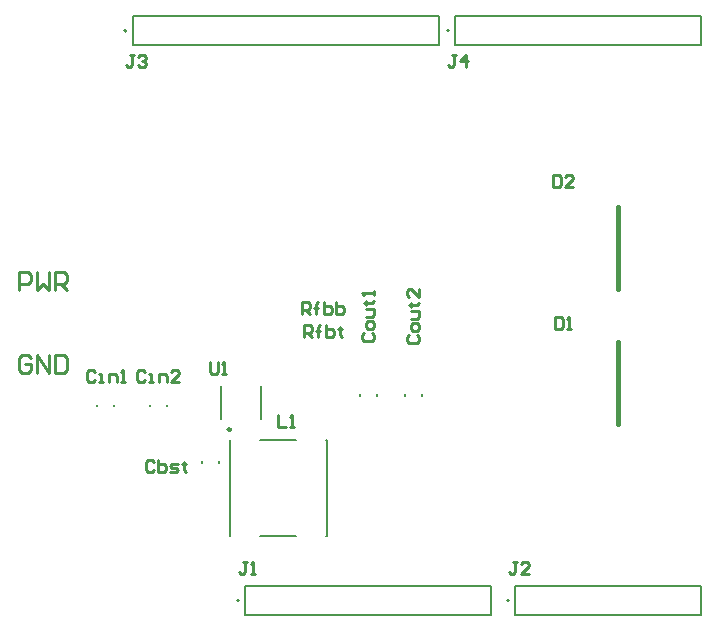
<source format=gto>
G04*
G04 #@! TF.GenerationSoftware,Altium Limited,Altium Designer,23.0.1 (38)*
G04*
G04 Layer_Color=65535*
%FSLAX44Y44*%
%MOMM*%
G71*
G04*
G04 #@! TF.SameCoordinates,0F5A5953-1C99-4B13-B072-97D860EFC2FA*
G04*
G04*
G04 #@! TF.FilePolarity,Positive*
G04*
G01*
G75*
%ADD10C,0.2000*%
%ADD11C,0.2500*%
%ADD12C,0.4000*%
%ADD13C,0.2540*%
D10*
X163750Y508000D02*
G03*
X163750Y508000I-1000J0D01*
G01*
X436800D02*
G03*
X436800Y508000I-1000J0D01*
G01*
X487600Y25400D02*
G03*
X487600Y25400I-1000J0D01*
G01*
X259000D02*
G03*
X259000Y25400I-1000J0D01*
G01*
X428000Y495950D02*
Y520050D01*
X168900D02*
X428000D01*
X168900Y495950D02*
Y520050D01*
Y495950D02*
X428000D01*
X650250D02*
Y520050D01*
X441950D02*
X650250D01*
X441950Y495950D02*
Y520050D01*
Y495950D02*
X650250D01*
Y13350D02*
Y37450D01*
X492750D02*
X650250D01*
X492750Y13350D02*
Y37450D01*
Y13350D02*
X650250D01*
X251100Y79650D02*
Y161650D01*
X332850Y79650D02*
X333100D01*
X276850D02*
X307350D01*
X251100D02*
X251350D01*
X333100D02*
Y161650D01*
X332850D02*
X333100D01*
X276850D02*
X307350D01*
X251100D02*
X251350D01*
X243350Y178697D02*
Y206697D01*
X277350Y178697D02*
Y206697D01*
X413650Y199000D02*
Y200500D01*
X399150Y199000D02*
Y200500D01*
X242200Y141850D02*
Y143350D01*
X227700Y141850D02*
Y143350D01*
X138800Y189750D02*
Y191250D01*
X153300Y189750D02*
Y191250D01*
X183250Y189750D02*
Y191250D01*
X197750Y189750D02*
Y191250D01*
X375550Y199000D02*
Y200500D01*
X361050Y199000D02*
Y200500D01*
X472450Y13350D02*
Y37450D01*
X264150D02*
X472450D01*
X264150Y13350D02*
Y37450D01*
Y13350D02*
X472450D01*
D11*
X252100Y170197D02*
G03*
X252100Y170197I-1250J0D01*
G01*
D12*
X580250Y288850D02*
Y358850D01*
Y174550D02*
Y244550D01*
D13*
X169757Y487678D02*
X166372D01*
X168064D01*
Y479214D01*
X166372Y477522D01*
X164679D01*
X162986Y479214D01*
X173143Y485986D02*
X174836Y487678D01*
X178221D01*
X179914Y485986D01*
Y484293D01*
X178221Y482600D01*
X176528D01*
X178221D01*
X179914Y480907D01*
Y479214D01*
X178221Y477522D01*
X174836D01*
X173143Y479214D01*
X442807Y487678D02*
X439422D01*
X441114D01*
Y479214D01*
X439422Y477522D01*
X437729D01*
X436036Y479214D01*
X451271Y477522D02*
Y487678D01*
X446193Y482600D01*
X452964D01*
X493943Y57909D02*
X490558D01*
X492250D01*
Y49445D01*
X490558Y47752D01*
X488865D01*
X487172Y49445D01*
X504100Y47752D02*
X497329D01*
X504100Y54523D01*
Y56216D01*
X502407Y57909D01*
X499021D01*
X497329Y56216D01*
X312426Y267972D02*
Y278128D01*
X317504D01*
X319197Y276436D01*
Y273050D01*
X317504Y271357D01*
X312426D01*
X315811D02*
X319197Y267972D01*
X324275D02*
Y276436D01*
Y273050D01*
X322583D01*
X325968D01*
X324275D01*
Y276436D01*
X325968Y278128D01*
X331046D02*
Y267972D01*
X336125D01*
X337817Y269664D01*
Y271357D01*
Y273050D01*
X336125Y274743D01*
X331046D01*
X341203Y278128D02*
Y267972D01*
X346282D01*
X347974Y269664D01*
Y271357D01*
Y273050D01*
X346282Y274743D01*
X341203D01*
X314118Y248922D02*
Y259078D01*
X319197D01*
X320890Y257386D01*
Y254000D01*
X319197Y252307D01*
X314118D01*
X317504D02*
X320890Y248922D01*
X325968D02*
Y257386D01*
Y254000D01*
X324275D01*
X327661D01*
X325968D01*
Y257386D01*
X327661Y259078D01*
X332739D02*
Y248922D01*
X337817D01*
X339510Y250614D01*
Y252307D01*
Y254000D01*
X337817Y255693D01*
X332739D01*
X344589Y257386D02*
Y255693D01*
X342896D01*
X346282D01*
X344589D01*
Y250614D01*
X346282Y248922D01*
X291679Y182878D02*
Y172722D01*
X298450D01*
X301836D02*
X305221D01*
X303528D01*
Y182878D01*
X301836Y181186D01*
X234529Y227328D02*
Y218864D01*
X236222Y217172D01*
X239607D01*
X241300Y218864D01*
Y227328D01*
X244686Y217172D02*
X248071D01*
X246378D01*
Y227328D01*
X244686Y225636D01*
X403014Y250618D02*
X401322Y248926D01*
Y245540D01*
X403014Y243847D01*
X409786D01*
X411478Y245540D01*
Y248926D01*
X409786Y250618D01*
X411478Y255697D02*
Y259083D01*
X409786Y260775D01*
X406400D01*
X404707Y259083D01*
Y255697D01*
X406400Y254004D01*
X409786D01*
X411478Y255697D01*
X404707Y264161D02*
X409786D01*
X411478Y265854D01*
Y270932D01*
X404707D01*
X403014Y276010D02*
X404707D01*
Y274318D01*
Y277703D01*
Y276010D01*
X409786D01*
X411478Y277703D01*
Y289553D02*
Y282782D01*
X404707Y289553D01*
X403014D01*
X401322Y287860D01*
Y284474D01*
X403014Y282782D01*
X524936Y386078D02*
Y375922D01*
X530014D01*
X531707Y377614D01*
Y384386D01*
X530014Y386078D01*
X524936D01*
X541864Y375922D02*
X535093D01*
X541864Y382693D01*
Y384386D01*
X540171Y386078D01*
X536786D01*
X535093Y384386D01*
X186693Y143086D02*
X185000Y144778D01*
X181615D01*
X179922Y143086D01*
Y136314D01*
X181615Y134622D01*
X185000D01*
X186693Y136314D01*
X190079Y144778D02*
Y134622D01*
X195157D01*
X196850Y136314D01*
Y138007D01*
Y139700D01*
X195157Y141393D01*
X190079D01*
X200236Y134622D02*
X205314D01*
X207007Y136314D01*
X205314Y138007D01*
X201928D01*
X200236Y139700D01*
X201928Y141393D01*
X207007D01*
X212085Y143086D02*
Y141393D01*
X210392D01*
X213778D01*
X212085D01*
Y136314D01*
X213778Y134622D01*
X136740Y219286D02*
X135047Y220978D01*
X131661D01*
X129969Y219286D01*
Y212514D01*
X131661Y210822D01*
X135047D01*
X136740Y212514D01*
X140125Y210822D02*
X143511D01*
X141818D01*
Y217593D01*
X140125D01*
X148589Y210822D02*
Y217593D01*
X153667D01*
X155360Y215900D01*
Y210822D01*
X158746D02*
X162132D01*
X160439D01*
Y220978D01*
X158746Y219286D01*
X179497D02*
X177804Y220978D01*
X174419D01*
X172726Y219286D01*
Y212514D01*
X174419Y210822D01*
X177804D01*
X179497Y212514D01*
X182882Y210822D02*
X186268D01*
X184575D01*
Y217593D01*
X182882D01*
X191346Y210822D02*
Y217593D01*
X196425D01*
X198118Y215900D01*
Y210822D01*
X208274D02*
X201503D01*
X208274Y217593D01*
Y219286D01*
X206581Y220978D01*
X203196D01*
X201503Y219286D01*
X364914Y252311D02*
X363222Y250618D01*
Y247233D01*
X364914Y245540D01*
X371686D01*
X373378Y247233D01*
Y250618D01*
X371686Y252311D01*
X373378Y257390D02*
Y260775D01*
X371686Y262468D01*
X368300D01*
X366607Y260775D01*
Y257390D01*
X368300Y255697D01*
X371686D01*
X373378Y257390D01*
X366607Y265854D02*
X371686D01*
X373378Y267546D01*
Y272625D01*
X366607D01*
X364914Y277703D02*
X366607D01*
Y276010D01*
Y279396D01*
Y277703D01*
X371686D01*
X373378Y279396D01*
Y284474D02*
Y287860D01*
Y286167D01*
X363222D01*
X364914Y284474D01*
X526629Y265428D02*
Y255272D01*
X531707D01*
X533400Y256964D01*
Y263736D01*
X531707Y265428D01*
X526629D01*
X536786Y255272D02*
X540171D01*
X538478D01*
Y265428D01*
X536786Y263736D01*
X265343Y57909D02*
X261958D01*
X263650D01*
Y49445D01*
X261958Y47752D01*
X260265D01*
X258572Y49445D01*
X268729Y47752D02*
X272114D01*
X270422D01*
Y57909D01*
X268729Y56216D01*
X72390Y288290D02*
Y303525D01*
X80007D01*
X82547Y300986D01*
Y295907D01*
X80007Y293368D01*
X72390D01*
X87625Y303525D02*
Y288290D01*
X92703Y293368D01*
X97782Y288290D01*
Y303525D01*
X102860Y288290D02*
Y303525D01*
X110478D01*
X113017Y300986D01*
Y295907D01*
X110478Y293368D01*
X102860D01*
X107938D02*
X113017Y288290D01*
X82547Y231136D02*
X80007Y233675D01*
X74929D01*
X72390Y231136D01*
Y220979D01*
X74929Y218440D01*
X80007D01*
X82547Y220979D01*
Y226057D01*
X77468D01*
X87625Y218440D02*
Y233675D01*
X97782Y218440D01*
Y233675D01*
X102860D02*
Y218440D01*
X110478D01*
X113017Y220979D01*
Y231136D01*
X110478Y233675D01*
X102860D01*
M02*

</source>
